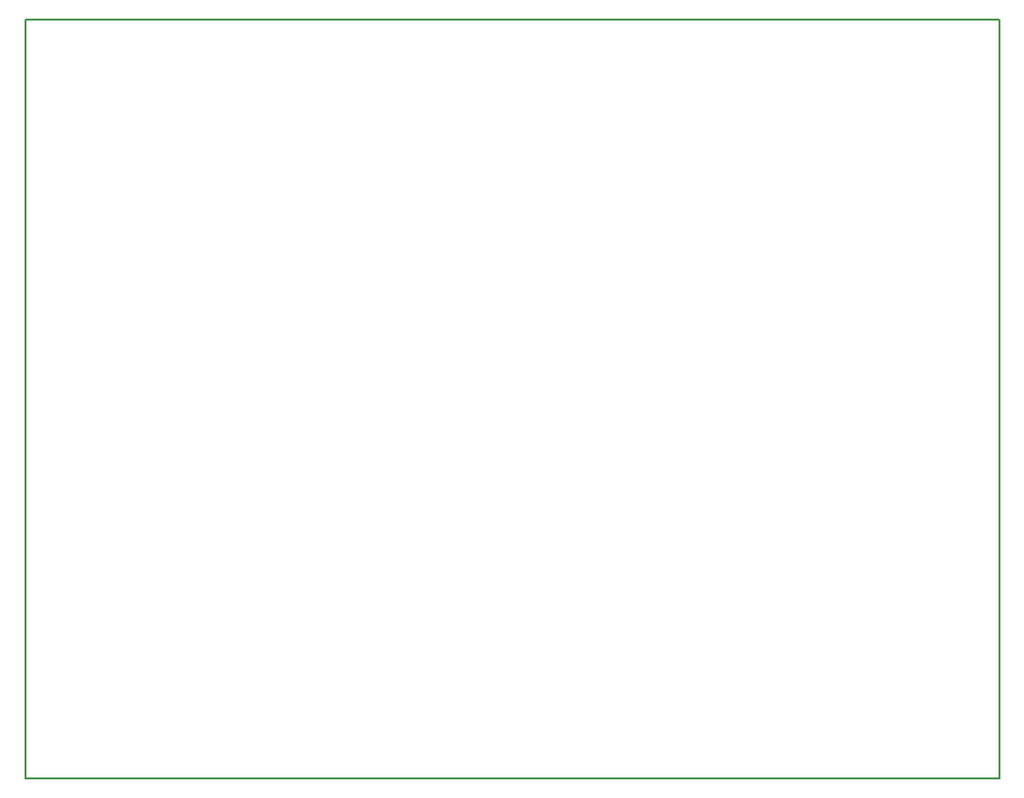
<source format=gbr>
G04 #@! TF.GenerationSoftware,KiCad,Pcbnew,(5.1.2-1)-1*
G04 #@! TF.CreationDate,2021-12-22T14:11:33-05:00*
G04 #@! TF.ProjectId,VCO - MFOS_SMD,56434f20-2d20-44d4-964f-535f534d442e,rev?*
G04 #@! TF.SameCoordinates,Original*
G04 #@! TF.FileFunction,Legend,Bot*
G04 #@! TF.FilePolarity,Positive*
%FSLAX46Y46*%
G04 Gerber Fmt 4.6, Leading zero omitted, Abs format (unit mm)*
G04 Created by KiCad (PCBNEW (5.1.2-1)-1) date 2021-12-22 14:11:33*
%MOMM*%
%LPD*%
G04 APERTURE LIST*
%ADD10C,0.160000*%
G04 APERTURE END LIST*
D10*
X96012000Y-11938000D02*
X11938000Y-11938000D01*
X96012000Y-77470000D02*
X96012000Y-11938000D01*
X11938000Y-77470000D02*
X96012000Y-77470000D01*
X11938000Y-11938000D02*
X11938000Y-77470000D01*
M02*

</source>
